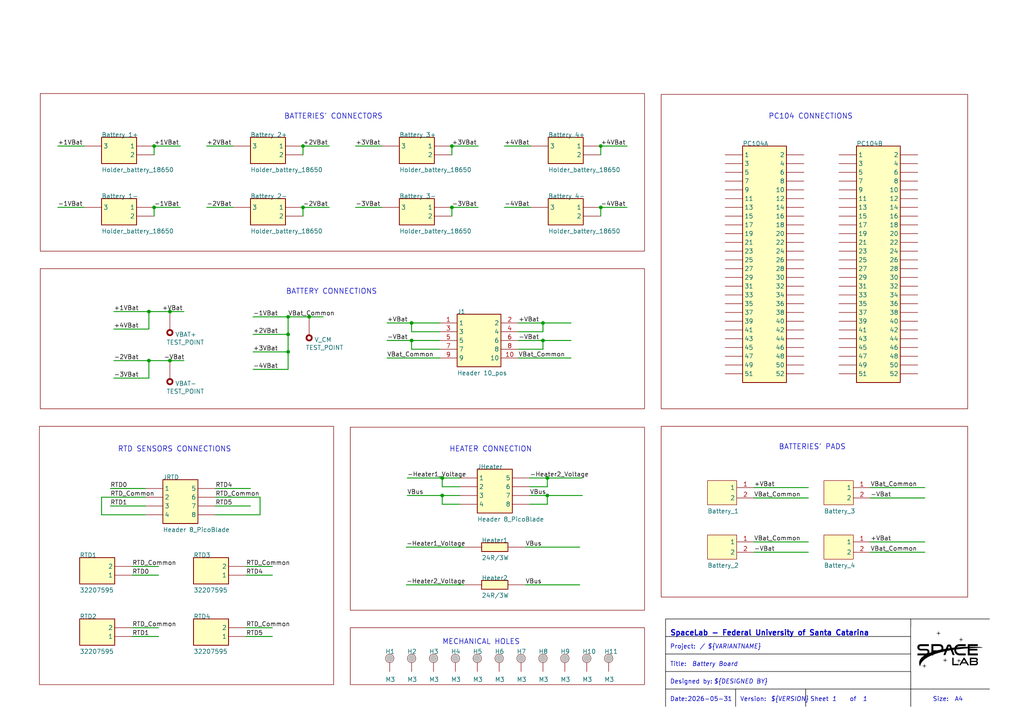
<source format=kicad_sch>
(kicad_sch (version 20230121) (generator eeschema)
  (paper "A4")
  (title_block (title "Battery Board") (rev "V0.0") (company "UFSC - FloripaSat"))
  (lib_symbols
    (symbol "board_schematic-altium-import:root_0_53398-0871"
      (symbol "root_0_53398-0871_1_0"
        (rectangle (start 15.24 2.54) (end 5.08 -10.16) (stroke (width 0.254)) (fill (type background)))
        (pin passive line (at 0 0 0) (length 5.08) (name "1") (number "1"))
        (pin passive line (at 0 -2.54 0) (length 5.08) (name "2") (number "2"))
        (pin passive line (at 0 -5.08 0) (length 5.08) (name "3") (number "3"))
        (pin passive line (at 0 -7.62 0) (length 5.08) (name "4") (number "4"))
        (pin passive line (at 20.32 0 180) (length 5.08) (name "5") (number "5"))
        (pin passive line (at 20.32 -2.54 180) (length 5.08) (name "6") (number "6"))
        (pin passive line (at 20.32 -5.08 180) (length 5.08) (name "7") (number "7"))
        (pin passive line (at 20.32 -7.62 180) (length 5.08) (name "8") (number "8"))
      )
    )
    (symbol "board_schematic-altium-import:root_0_54"
      (symbol "root_0_54_1_0"
        (rectangle (start 15.24 2.54) (end 5.08 -5.08) (stroke (width 0.254)) (fill (type background)))
        (pin passive line (at 20.32 0 180) (length 5.08) (name "1") (number "1"))
        (pin passive line (at 20.32 -2.54 180) (length 5.08) (name "2") (number "2"))
        (pin passive line (at 0 0 0) (length 5.08) (name "3") (number "3"))
      )
    )
    (symbol "board_schematic-altium-import:root_0_67996-110HLF"
      (symbol "root_0_67996-110HLF_1_0"
        (rectangle (start 17.78 2.54) (end 5.08 -12.7) (stroke (width 0.254)) (fill (type background)))
        (pin passive line (at 0 0 0) (length 5.08) (name "1") (number "1"))
        (pin passive line (at 22.86 -10.16 180) (length 5.08) (name "10") (number "10"))
        (pin passive line (at 22.86 0 180) (length 5.08) (name "2") (number "2"))
        (pin passive line (at 0 -2.54 0) (length 5.08) (name "3") (number "3"))
        (pin passive line (at 22.86 -2.54 180) (length 5.08) (name "4") (number "4"))
        (pin passive line (at 0 -5.08 0) (length 5.08) (name "5") (number "5"))
        (pin passive line (at 22.86 -5.08 180) (length 5.08) (name "6") (number "6"))
        (pin passive line (at 0 -7.62 0) (length 5.08) (name "7") (number "7"))
        (pin passive line (at 22.86 -7.62 180) (length 5.08) (name "8") (number "8"))
        (pin passive line (at 0 -10.16 0) (length 5.08) (name "9") (number "9"))
      )
    )
    (symbol "board_schematic-altium-import:root_0_BATTERY"
      (symbol "root_0_BATTERY_1_0"
        (rectangle (start 8.5 7) (end 0 0) (fill (type background)))
        (pin passive line (at 13.5 5 180) (length 5) (name "1") (number "1"))
        (pin passive line (at 13.5 2 180) (length 5) (name "2") (number "2"))
      )
    )
    (symbol "board_schematic-altium-import:root_0_ESQ-126-39-G-D"
      (symbol "root_0_ESQ-126-39-G-D_1_0"
        (rectangle (start 17.78 2.54) (end 5.08 -66.04) (stroke (width 0.254)) (fill (type background)))
        (pin passive line (at 0 0 0) (length 5.08) (name "1") (number "1"))
        (pin passive line (at 22.86 -10.16 180) (length 5.08) (name "10") (number "10"))
        (pin passive line (at 0 -12.7 0) (length 5.08) (name "11") (number "11"))
        (pin passive line (at 22.86 -12.7 180) (length 5.08) (name "12") (number "12"))
        (pin passive line (at 0 -15.24 0) (length 5.08) (name "13") (number "13"))
        (pin passive line (at 22.86 -15.24 180) (length 5.08) (name "14") (number "14"))
        (pin passive line (at 0 -17.78 0) (length 5.08) (name "15") (number "15"))
        (pin passive line (at 22.86 -17.78 180) (length 5.08) (name "16") (number "16"))
        (pin passive line (at 0 -20.32 0) (length 5.08) (name "17") (number "17"))
        (pin passive line (at 22.86 -20.32 180) (length 5.08) (name "18") (number "18"))
        (pin passive line (at 0 -22.86 0) (length 5.08) (name "19") (number "19"))
        (pin passive line (at 22.86 0 180) (length 5.08) (name "2") (number "2"))
        (pin passive line (at 22.86 -22.86 180) (length 5.08) (name "20") (number "20"))
        (pin passive line (at 0 -25.4 0) (length 5.08) (name "21") (number "21"))
        (pin passive line (at 22.86 -25.4 180) (length 5.08) (name "22") (number "22"))
        (pin passive line (at 0 -27.94 0) (length 5.08) (name "23") (number "23"))
        (pin passive line (at 22.86 -27.94 180) (length 5.08) (name "24") (number "24"))
        (pin passive line (at 0 -30.48 0) (length 5.08) (name "25") (number "25"))
        (pin passive line (at 22.86 -30.48 180) (length 5.08) (name "26") (number "26"))
        (pin passive line (at 0 -33.02 0) (length 5.08) (name "27") (number "27"))
        (pin passive line (at 22.86 -33.02 180) (length 5.08) (name "28") (number "28"))
        (pin passive line (at 0 -35.56 0) (length 5.08) (name "29") (number "29"))
        (pin passive line (at 0 -2.54 0) (length 5.08) (name "3") (number "3"))
        (pin passive line (at 22.86 -35.56 180) (length 5.08) (name "30") (number "30"))
        (pin passive line (at 0 -38.1 0) (length 5.08) (name "31") (number "31"))
        (pin passive line (at 22.86 -38.1 180) (length 5.08) (name "32") (number "32"))
        (pin passive line (at 0 -40.64 0) (length 5.08) (name "33") (number "33"))
        (pin passive line (at 22.86 -40.64 180) (length 5.08) (name "34") (number "34"))
        (pin passive line (at 0 -43.18 0) (length 5.08) (name "35") (number "35"))
        (pin passive line (at 22.86 -43.18 180) (length 5.08) (name "36") (number "36"))
        (pin passive line (at 0 -45.72 0) (length 5.08) (name "37") (number "37"))
        (pin passive line (at 22.86 -45.72 180) (length 5.08) (name "38") (number "38"))
        (pin passive line (at 0 -48.26 0) (length 5.08) (name "39") (number "39"))
        (pin passive line (at 22.86 -2.54 180) (length 5.08) (name "4") (number "4"))
        (pin passive line (at 22.86 -48.26 180) (length 5.08) (name "40") (number "40"))
        (pin passive line (at 0 -50.8 0) (length 5.08) (name "41") (number "41"))
        (pin passive line (at 22.86 -50.8 180) (length 5.08) (name "42") (number "42"))
        (pin passive line (at 0 -53.34 0) (length 5.08) (name "43") (number "43"))
        (pin passive line (at 22.86 -53.34 180) (length 5.08) (name "44") (number "44"))
        (pin passive line (at 0 -55.88 0) (length 5.08) (name "45") (number "45"))
        (pin passive line (at 22.86 -55.88 180) (length 5.08) (name "46") (number "46"))
        (pin passive line (at 0 -58.42 0) (length 5.08) (name "47") (number "47"))
        (pin passive line (at 22.86 -58.42 180) (length 5.08) (name "48") (number "48"))
        (pin passive line (at 0 -60.96 0) (length 5.08) (name "49") (number "49"))
        (pin passive line (at 0 -5.08 0) (length 5.08) (name "5") (number "5"))
        (pin passive line (at 22.86 -60.96 180) (length 5.08) (name "50") (number "50"))
        (pin passive line (at 0 -63.5 0) (length 5.08) (name "51") (number "51"))
        (pin passive line (at 22.86 -63.5 180) (length 5.08) (name "52") (number "52"))
        (pin passive line (at 22.86 -5.08 180) (length 5.08) (name "6") (number "6"))
        (pin passive line (at 0 -7.62 0) (length 5.08) (name "7") (number "7"))
        (pin passive line (at 22.86 -7.62 180) (length 5.08) (name "8") (number "8"))
        (pin passive line (at 0 -10.16 0) (length 5.08) (name "9") (number "9"))
      )
    )
    (symbol "board_schematic-altium-import:root_0_M3 hole"
      (symbol "root_0_M3 hole_1_0"
        (circle (center 0 0) (radius 1.27) (stroke (width 0.0001)) (fill (type color) (color 192 192 192 1)))
        (pin passive line (at 0 -3.81 90) (length 2.54) (name "0") (number "0"))
      )
    )
    (symbol "board_schematic-altium-import:root_0_RS02B24R00FE12"
      (symbol "root_0_RS02B24R00FE12_1_0"
        (rectangle (start 12.7 1.27) (end 5.08 -1.27) (stroke (width 0.254)) (fill (type background)))
        (pin passive line (at 0 0 0) (length 5.08) (name "1") (number "1"))
        (pin passive line (at 17.78 0 180) (length 5.08) (name "2") (number "2"))
      )
    )
    (symbol "board_schematic-altium-import:root_2_32207595"
      (symbol "root_2_32207595_1_0"
        (rectangle (start -5.08 5.08) (end -15.24 -2.54) (stroke (width 0.254)) (fill (type background)))
        (pin passive line (at 0 0 180) (length 5.08) (name "1") (number "1"))
        (pin passive line (at 0 2.54 180) (length 5.08) (name "2") (number "2"))
      )
    )
    (symbol "board_schematic-altium-import:root_3_TEST_POINT"
      (symbol "root_3_TEST_POINT_1_0"
        (circle (center 0 -6.096) (radius 0.762) (stroke (width 0.508)))
        (pin passive line (at 0 0 270) (length 5.08) (name "1") (number "1"))
      )
    )
  )
  (junction (at 128.27 143.7132))
  (junction (at 157.48 93.6752))
  (junction (at 157.48 98.7552))
  (junction (at 89.662 91.8972))
  (junction (at 44.704 60.1472))
  (junction (at 83.566 102.0572))
  (junction (at 158.75 138.6332))
  (junction (at 43.18 104.5972))
  (junction (at 43.18 90.3732))
  (junction (at 44.704 42.3672))
  (junction (at 131.064 42.3672))
  (junction (at 49.276 104.5972))
  (junction (at 87.884 42.3672))
  (junction (at 83.566 91.8972))
  (junction (at 174.244 60.1472))
  (junction (at 158.75 143.7132))
  (junction (at 119.38 93.6752))
  (junction (at 174.244 42.3672))
  (junction (at 131.064 60.1472))
  (junction (at 49.276 90.3732))
  (junction (at 128.27 138.6332))
  (junction (at 87.884 60.1472))
  (junction (at 119.38 98.7552))
  (junction (at 83.566 96.9772))
  (wire (pts (xy 157.48 101.2952) (xy 157.48 98.7552)) (stroke (width 0.254)))
  (wire (pts (xy 153.67 146.2532) (xy 158.75 146.2532)) (stroke (width 0.254)))
  (wire (pts (xy 218.694 144.4272) (xy 234.442 144.4272)) (stroke (width 0.254)))
  (wire (pts (xy 89.662 91.8972) (xy 83.566 91.8972)) (stroke (width 0.254)))
  (wire (pts (xy 153.67 141.1732) (xy 158.75 141.1732)) (stroke (width 0.254)))
  (wire (pts (xy 71.374 184.6072) (xy 78.994 184.6072)) (stroke (width 0.254)))
  (wire (pts (xy 83.566 96.9772) (xy 83.566 102.0572)) (stroke (width 0.254)))
  (wire (pts (xy 83.566 102.0572) (xy 83.566 107.1372)) (stroke (width 0.254)))
  (wire (pts (xy 158.75 141.1732) (xy 158.75 138.6332)) (stroke (width 0.254)))
  (wire (pts (xy 38.354 184.6072) (xy 45.974 184.6072)) (stroke (width 0.254)))
  (wire (pts (xy 150.368 98.7552) (xy 157.48 98.7552)) (stroke (width 0.254)))
  (wire (pts (xy 93.726 91.8972) (xy 89.662 91.8972)) (stroke (width 0.254)))
  (wire (pts (xy 53.34 104.5972) (xy 49.276 104.5972)) (stroke (width 0.254)))
  (wire (pts (xy 75.438 144.2212) (xy 75.438 149.3012)) (stroke (width 0.254)))
  (wire (pts (xy 118.11 138.6332) (xy 128.27 138.6332)) (stroke (width 0.254)))
  (wire (pts (xy 153.924 60.1472) (xy 146.304 60.1472)) (stroke (width 0.254)))
  (wire (pts (xy 174.244 42.3672) (xy 181.864 42.3672)) (stroke (width 0.254)))
  (wire (pts (xy 119.38 101.2952) (xy 119.38 98.7552)) (stroke (width 0.254)))
  (wire (pts (xy 133.35 141.1732) (xy 128.27 141.1732)) (stroke (width 0.254)))
  (wire (pts (xy 67.564 60.1472) (xy 59.944 60.1472)) (stroke (width 0.254)))
  (wire (pts (xy 158.75 138.6332) (xy 153.67 138.6332)) (stroke (width 0.254)))
  (wire (pts (xy 268.224 141.4272) (xy 252.476 141.4272)) (stroke (width 0.254)))
  (wire (pts (xy 128.27 141.1732) (xy 128.27 138.6332)) (stroke (width 0.254)))
  (wire (pts (xy 252.476 144.4272) (xy 268.224 144.4272)) (stroke (width 0.254)))
  (wire (pts (xy 62.484 146.7612) (xy 72.644 146.7612)) (stroke (width 0.254)))
  (wire (pts (xy 83.566 91.8972) (xy 73.406 91.8972)) (stroke (width 0.254)))
  (wire (pts (xy 42.164 149.3012) (xy 29.464 149.3012)) (stroke (width 0.254)))
  (wire (pts (xy 16.764 42.3672) (xy 24.384 42.3672)) (stroke (width 0.254)))
  (wire (pts (xy 33.02 109.6772) (xy 43.18 109.6772)) (stroke (width 0.254)))
  (wire (pts (xy 174.244 62.6872) (xy 174.244 60.1472)) (stroke (width 0.254)))
  (wire (pts (xy 131.064 60.1472) (xy 138.684 60.1472)) (stroke (width 0.254)))
  (wire (pts (xy 24.384 60.1472) (xy 16.764 60.1472)) (stroke (width 0.254)))
  (wire (pts (xy 83.566 102.0572) (xy 73.406 102.0572)) (stroke (width 0.254)))
  (wire (pts (xy 158.75 143.7132) (xy 153.67 143.7132)) (stroke (width 0.254)))
  (wire (pts (xy 43.18 109.6772) (xy 43.18 104.5972)) (stroke (width 0.254)))
  (wire (pts (xy 150.368 96.2152) (xy 157.48 96.2152)) (stroke (width 0.254)))
  (wire (pts (xy 38.354 182.0672) (xy 45.974 182.0672)) (stroke (width 0.254)))
  (wire (pts (xy 29.464 149.3012) (xy 29.464 144.2212)) (stroke (width 0.254)))
  (wire (pts (xy 252.476 157.1752) (xy 268.224 157.1752)) (stroke (width 0.254)))
  (wire (pts (xy 218.694 141.4272) (xy 234.442 141.4272)) (stroke (width 0.254)))
  (wire (pts (xy 128.27 143.7132) (xy 133.35 143.7132)) (stroke (width 0.254)))
  (wire (pts (xy 168.148 169.6212) (xy 152.4 169.6212)) (stroke (width 0.254)))
  (wire (pts (xy 67.564 42.3672) (xy 59.944 42.3672)) (stroke (width 0.254)))
  (wire (pts (xy 174.244 44.9072) (xy 174.244 42.3672)) (stroke (width 0.254)))
  (wire (pts (xy 75.438 149.3012) (xy 62.484 149.3012)) (stroke (width 0.254)))
  (wire (pts (xy 49.276 90.3732) (xy 43.18 90.3732)) (stroke (width 0.254)))
  (wire (pts (xy 128.27 138.6332) (xy 133.35 138.6332)) (stroke (width 0.254)))
  (wire (pts (xy 112.268 98.7552) (xy 119.38 98.7552)) (stroke (width 0.254)))
  (wire (pts (xy 127.508 96.2152) (xy 119.38 96.2152)) (stroke (width 0.254)))
  (wire (pts (xy 165.608 103.8352) (xy 150.368 103.8352)) (stroke (width 0.254)))
  (wire (pts (xy 44.704 62.6872) (xy 44.704 60.1472)) (stroke (width 0.254)))
  (wire (pts (xy 43.18 90.3732) (xy 33.02 90.3732)) (stroke (width 0.254)))
  (wire (pts (xy 44.704 60.1472) (xy 52.324 60.1472)) (stroke (width 0.254)))
  (wire (pts (xy 153.924 42.3672) (xy 146.304 42.3672)) (stroke (width 0.254)))
  (wire (pts (xy 110.744 60.1472) (xy 103.124 60.1472)) (stroke (width 0.254)))
  (wire (pts (xy 118.11 143.7132) (xy 128.27 143.7132)) (stroke (width 0.254)))
  (wire (pts (xy 43.18 104.5972) (xy 33.02 104.5972)) (stroke (width 0.254)))
  (wire (pts (xy 38.354 164.2872) (xy 45.974 164.2872)) (stroke (width 0.254)))
  (wire (pts (xy 83.566 107.1372) (xy 73.406 107.1372)) (stroke (width 0.254)))
  (wire (pts (xy 87.884 42.3672) (xy 95.504 42.3672)) (stroke (width 0.254)))
  (wire (pts (xy 71.374 166.8272) (xy 78.994 166.8272)) (stroke (width 0.254)))
  (wire (pts (xy 42.164 146.7612) (xy 32.004 146.7612)) (stroke (width 0.254)))
  (wire (pts (xy 128.27 143.7132) (xy 128.27 146.2532)) (stroke (width 0.254)))
  (wire (pts (xy 150.368 101.2952) (xy 157.48 101.2952)) (stroke (width 0.254)))
  (wire (pts (xy 112.268 93.6752) (xy 119.38 93.6752)) (stroke (width 0.254)))
  (wire (pts (xy 158.75 146.2532) (xy 158.75 143.7132)) (stroke (width 0.254)))
  (wire (pts (xy 150.368 93.6752) (xy 157.48 93.6752)) (stroke (width 0.254)))
  (wire (pts (xy 119.38 93.6752) (xy 127.508 93.6752)) (stroke (width 0.254)))
  (wire (pts (xy 131.064 44.9072) (xy 131.064 42.3672)) (stroke (width 0.254)))
  (wire (pts (xy 62.484 144.2212) (xy 75.438 144.2212)) (stroke (width 0.254)))
  (wire (pts (xy 71.374 164.2872) (xy 78.994 164.2872)) (stroke (width 0.254)))
  (wire (pts (xy 44.704 42.3672) (xy 52.324 42.3672)) (stroke (width 0.254)))
  (wire (pts (xy 218.694 160.1752) (xy 234.442 160.1752)) (stroke (width 0.254)))
  (wire (pts (xy 134.62 158.6992) (xy 117.856 158.6992)) (stroke (width 0.254)))
  (wire (pts (xy 62.484 141.6812) (xy 72.644 141.6812)) (stroke (width 0.254)))
  (wire (pts (xy 38.354 166.8272) (xy 45.974 166.8272)) (stroke (width 0.254)))
  (wire (pts (xy 33.02 95.4532) (xy 43.18 95.4532)) (stroke (width 0.254)))
  (wire (pts (xy 73.406 96.9772) (xy 83.566 96.9772)) (stroke (width 0.254)))
  (wire (pts (xy 119.38 98.7552) (xy 127.508 98.7552)) (stroke (width 0.254)))
  (wire (pts (xy 71.374 182.0672) (xy 78.994 182.0672)) (stroke (width 0.254)))
  (wire (pts (xy 168.148 158.6992) (xy 152.4 158.6992)) (stroke (width 0.254)))
  (wire (pts (xy 157.48 98.7552) (xy 165.608 98.7552)) (stroke (width 0.254)))
  (wire (pts (xy 110.744 42.3672) (xy 103.124 42.3672)) (stroke (width 0.254)))
  (wire (pts (xy 158.75 138.6332) (xy 168.91 138.6332)) (stroke (width 0.254)))
  (wire (pts (xy 134.62 169.6212) (xy 117.856 169.6212)) (stroke (width 0.254)))
  (wire (pts (xy 218.694 157.1752) (xy 234.442 157.1752)) (stroke (width 0.254)))
  (wire (pts (xy 157.48 93.6752) (xy 165.608 93.6752)) (stroke (width 0.254)))
  (wire (pts (xy 127.508 101.2952) (xy 119.38 101.2952)) (stroke (width 0.254)))
  (wire (pts (xy 128.27 146.2532) (xy 133.35 146.2532)) (stroke (width 0.254)))
  (wire (pts (xy 119.38 96.2152) (xy 119.38 93.6752)) (stroke (width 0.254)))
  (wire (pts (xy 174.244 60.1472) (xy 181.864 60.1472)) (stroke (width 0.254)))
  (wire (pts (xy 29.464 144.2212) (xy 42.164 144.2212)) (stroke (width 0.254)))
  (wire (pts (xy 157.48 96.2152) (xy 157.48 93.6752)) (stroke (width 0.254)))
  (wire (pts (xy 83.566 96.9772) (xy 83.566 91.8972)) (stroke (width 0.254)))
  (wire (pts (xy 131.064 62.6872) (xy 131.064 60.1472)) (stroke (width 0.254)))
  (wire (pts (xy 43.18 95.4532) (xy 43.18 90.3732)) (stroke (width 0.254)))
  (wire (pts (xy 87.884 60.1472) (xy 95.504 60.1472)) (stroke (width 0.254)))
  (wire (pts (xy 44.704 44.9072) (xy 44.704 42.3672)) (stroke (width 0.254)))
  (wire (pts (xy 158.75 143.7132) (xy 168.91 143.7132)) (stroke (width 0.254)))
  (wire (pts (xy 112.268 103.8352) (xy 127.508 103.8352)) (stroke (width 0.254)))
  (wire (pts (xy 252.476 160.1752) (xy 268.224 160.1752)) (stroke (width 0.254)))
  (wire (pts (xy 49.276 104.5972) (xy 43.18 104.5972)) (stroke (width 0.254)))
  (wire (pts (xy 87.884 62.6872) (xy 87.884 60.1472)) (stroke (width 0.254)))
  (wire (pts (xy 87.884 44.9072) (xy 87.884 42.3672)) (stroke (width 0.254)))
  (wire (pts (xy 42.164 141.6812) (xy 32.004 141.6812)) (stroke (width 0.254)))
  (wire (pts (xy 131.064 42.3672) (xy 138.684 42.3672)) (stroke (width 0.254)))
  (wire (pts (xy 53.34 90.3732) (xy 49.276 90.3732)) (stroke (width 0.254)))
  (rectangle (start 186.944 27.1272) (end 11.684 72.8472) (stroke (width 0) (color 128 0 0 1)))
  (polyline (pts (xy 193.04 199.8472) (xy 287.02 199.8472)) (stroke (width 0) (type solid) (color 0 0 0 1)))
  (polyline (pts (xy 193.04 189.6872) (xy 264.16 189.6872)) (stroke (width 0) (type solid) (color 0 0 0 1)))
  (rectangle (start 96.774 123.6472) (end 11.43 198.5772) (stroke (width 0) (color 128 0 0 1)))
  (polyline (pts (xy 287.02 179.5272) (xy 193.04 179.5272) (xy 193.04 204.9272)) (stroke (width 0) (type solid) (color 0 0 0 1)))
  (rectangle (start 186.944 123.9012) (end 101.6 176.9872) (stroke (width 0) (color 128 0 0 1)))
  (rectangle (start 186.944 182.0672) (end 101.6 198.5772) (stroke (width 0) (color 128 0 0 1)))
  (polyline (pts (xy 213.36 199.8472) (xy 213.36 204.9272)) (stroke (width 0) (type solid) (color 0 0 0 1)))
  (polyline (pts (xy 233.68 199.8472) (xy 233.68 204.9272)) (stroke (width 0) (type solid) (color 0 0 0 1)))
  (polyline (pts (xy 264.16 179.5272) (xy 264.16 199.8472)) (stroke (width 0) (type solid) (color 0 0 0 1)))
  (rectangle (start 280.67 123.6472) (end 191.77 173.1772) (stroke (width 0) (color 128 0 0 1)))
  (polyline (pts (xy 193.04 194.7672) (xy 264.16 194.7672)) (stroke (width 0) (type solid) (color 0 0 0 1)))
  (rectangle (start 186.944 77.9272) (end 11.684 118.5672) (stroke (width 0) (color 128 0 0 1)))
  (polyline (pts (xy 264.16 199.8472) (xy 264.16 204.9272)) (stroke (width 0) (type solid) (color 0 0 0 1)))
  (polyline (pts (xy 193.04 184.6072) (xy 264.16 184.6072)) (stroke (width 0) (type solid) (color 0 0 0 1)))
  (rectangle (start 280.67 27.3812) (end 191.77 118.5672) (stroke (width 0) (color 128 0 0 1)))
  (image (at 275.59 188.4172) (scale 0.453781))
  (text "SpaceLab - Federal University of Santa Catarina" (at 194.31 184.6072 0) (effects (font (size 1.524 1.524) bold) (justify left bottom)))
  (text "BATTERIES' PADS" (at 235.585 129.7432 0) (effects (font (size 1.524 1.524))))
  (text "Size:" (at 270.51 203.6572 0) (effects (font (size 1.27 1.27)) (justify left bottom)))
  (text "${CURRENT_DATE}" (at 199.39 203.6572 0) (effects (font (size 1.27 1.27)) (justify left bottom)))
  (text "${##}" (at 250.19 203.6572 0) (effects (font (size 1.27 1.27) italic) (justify left bottom)))
  (text "${DESIGNED BY}" (at 207.01 198.5772 0) (effects (font (size 1.27 1.27) italic) (justify left bottom)))
  (text "${TITLE}" (at 200.66 193.4972 0) (effects (font (size 1.27 1.27) italic) (justify left bottom)))
  (text "RTD SENSORS CONNECTIONS" (at 34.148 131.2672 0) (effects (font (size 1.524 1.524)) (justify left bottom)))
  (text "BATTERIES' CONNECTORS" (at 82.379 34.7472 0) (effects (font (size 1.524 1.524)) (justify left bottom)))
  (text "A4" (at 276.86 203.6572 0) (effects (font (size 1.27 1.27)) (justify left bottom)))
  (text "${PROJECTNAME} / ${VARIANTNAME}" (at 201.93 188.4172 0) (effects (font (size 1.27 1.27) italic) (justify left bottom)))
  (text "BATTERY CONNECTIONS" (at 82.915 85.5472 0) (effects (font (size 1.524 1.524)) (justify left bottom)))
  (text "Designed by:" (at 194.31 198.5772 0) (effects (font (size 1.27 1.27)) (justify left bottom)))
  (text "Title:" (at 194.31 193.4972 0) (effects (font (size 1.27 1.27)) (justify left bottom)))
  (text "PC104 CONNECTIONS" (at 222.873 34.7472 0) (effects (font (size 1.524 1.524)) (justify left bottom)))
  (text "Version:" (at 214.63 203.6572 0) (effects (font (size 1.27 1.27)) (justify left bottom)))
  (text "HEATER CONNECTION" (at 130.318 131.2672 0) (effects (font (size 1.524 1.524)) (justify left bottom)))
  (text "${VERSION}" (at 223.52 203.6572 0) (effects (font (size 1.27 1.27) italic) (justify left bottom)))
  (text "MECHANICAL HOLES" (at 128.27 187.1472 0) (effects (font (size 1.524 1.524)) (justify left bottom)))
  (text "of" (at 246.38 203.6572 0) (effects (font (size 1.27 1.27)) (justify left bottom)))
  (text "Date:" (at 194.31 203.6572 0) (effects (font (size 1.27 1.27)) (justify left bottom)))
  (text "Project:" (at 194.31 188.4172 0) (effects (font (size 1.27 1.27)) (justify left bottom)))
  (text "Sheet" (at 234.95 203.6572 0) (effects (font (size 1.27 1.27)) (justify left bottom)))
  (text "${#}" (at 241.3 203.6572 0) (effects (font (size 1.27 1.27) italic) (justify left bottom)))
  (label "-Heater1_Voltage" (at 117.856 158.6992 0))
  (label "+2VBat" (at 59.944 42.3672 0))
  (label "RTD_Common" (at 38.354 182.0672 0))
  (label "+3VBat" (at 103.124 42.3672 0))
  (label "+VBat" (at 252.476 157.1752 0))
  (label "-Heater2_Voltage" (at 153.67 138.6332 0))
  (label "+4VBat" (at 174.244 42.3672 0))
  (label "+VBat" (at 150.368 93.6752 0))
  (label "-2VBat" (at 33.02 104.5972 0))
  (label "RTD1" (at 32.004 146.7612 0))
  (label "VBus" (at 152.4 169.6212 0))
  (label "+3VBat" (at 131.064 42.3672 0))
  (label "+2VBat" (at 87.884 42.3672 0))
  (label "+3VBat" (at 73.406 102.0572 0))
  (label "VBat_Common" (at 150.368 103.8352 0))
  (label "+VBat" (at 218.694 141.4272 0))
  (label "-4VBat" (at 73.406 107.1372 0))
  (label "-3VBat" (at 33.02 109.6772 0))
  (label "-VBat" (at 47.498 104.5972 0))
  (label "RTD0" (at 38.354 166.8272 0))
  (label "VBat_Common" (at 218.694 144.4272 0))
  (label "RTD_Common" (at 32.004 144.2212 0))
  (label "-Heater2_Voltage" (at 117.856 169.6212 0))
  (label "VBat_Common" (at 252.476 160.1752 0))
  (label "RTD0" (at 32.004 141.6812 0))
  (label "+VBat" (at 46.99 90.3732 0))
  (label "VBus" (at 118.11 143.7132 0))
  (label "RTD1" (at 38.354 184.6072 0))
  (label "-3VBat" (at 103.124 60.1472 0))
  (label "+4VBat" (at 33.02 95.4532 0))
  (label "RTD4" (at 62.484 141.6812 0))
  (label "VBat_Common" (at 112.268 103.8352 0))
  (label "VBus" (at 152.4 158.6992 0))
  (label "+1VBat" (at 44.704 42.3672 0))
  (label "-2VBat" (at 59.944 60.1472 0))
  (label "+VBat" (at 112.268 93.6752 0))
  (label "+4VBat" (at 146.304 42.3672 0))
  (label "-VBat" (at 218.694 160.1752 0))
  (label "-2VBat" (at 87.884 60.1472 0))
  (label "VBat_Common" (at 218.694 157.1752 0))
  (label "-VBat" (at 112.268 98.7552 0))
  (label "-1VBat" (at 44.704 60.1472 0))
  (label "-4VBat" (at 146.304 60.1472 0))
  (label "-3VBat" (at 131.064 60.1472 0))
  (label "+1VBat" (at 16.764 42.3672 0))
  (label "RTD5" (at 62.484 146.7612 0))
  (label "+2VBat" (at 73.406 96.9772 0))
  (label "RTD5" (at 71.374 184.6072 0))
  (label "VBat_Common" (at 83.566 91.8972 0))
  (label "-4VBat" (at 174.244 60.1472 0))
  (label "VBus" (at 153.67 143.7132 0))
  (label "-1VBat" (at 16.764 60.1472 0))
  (label "RTD_Common" (at 62.484 144.2212 0))
  (label "-1VBat" (at 73.406 91.8972 0))
  (label "RTD_Common" (at 38.354 164.2872 0))
  (label "-Heater1_Voltage" (at 118.11 138.6332 0))
  (label "RTD_Common" (at 71.374 182.0672 0))
  (label "-VBat" (at 150.368 98.7552 0))
  (label "VBat_Common" (at 252.476 141.4272 0))
  (label "-VBat" (at 252.476 144.4272 0))
  (label "RTD4" (at 71.374 166.8272 0))
  (label "+1VBat" (at 33.02 90.3732 0))
  (label "RTD_Common" (at 71.374 164.2872 0))
  (symbol (lib_id "board_schematic-altium-import:root_3_TEST_POINT") (at 49.276 90.3732 0) (unit 1)
    (property "Reference" "VBAT+" (at 50.8 97.7392 0) (effects (justify left bottom)))
    (property "Value" "TEST_POINT" (at 48.26 100.0252 0) (effects (justify left bottom)))
    (property "Footprint" "Test_Point" (effects hide))
  )
  (symbol (lib_id "board_schematic-altium-import:root_0_M3 hole") (at 113.03 190.9572 0) (unit 1)
    (property "Reference" "H1" (at 111.76 189.6872 0) (effects (justify left bottom)))
    (property "Value" "M3" (at 111.76 197.8152 0) (effects (justify left bottom)))
    (property "Footprint" "M3 hole" (effects hide))
  )
  (symbol (lib_id "board_schematic-altium-import:root_0_M3 hole") (at 151.13 190.9572 0) (unit 1)
    (property "Reference" "H7" (at 149.86 189.6872 0) (effects (justify left bottom)))
    (property "Value" "M3" (at 149.86 197.8152 0) (effects (justify left bottom)))
    (property "Footprint" "M3 hole" (effects hide))
  )
  (symbol (lib_id "board_schematic-altium-import:root_3_TEST_POINT") (at 49.276 104.5972 0) (unit 1)
    (property "Reference" "VBAT-" (at 50.8 111.9632 0) (effects (justify left bottom)))
    (property "Value" "TEST_POINT" (at 48.26 114.2492 0) (effects (justify left bottom)))
    (property "Footprint" "Test_Point" (effects hide))
  )
  (symbol (lib_id "board_schematic-altium-import:root_0_M3 hole") (at 125.73 190.9572 0) (unit 1)
    (property "Reference" "H3" (at 124.46 189.6872 0) (effects (justify left bottom)))
    (property "Value" "M3" (at 124.46 197.8152 0) (effects (justify left bottom)))
    (property "Footprint" "M3 hole" (effects hide))
  )
  (symbol (lib_id "board_schematic-altium-import:root_0_54") (at 67.564 42.3672 0) (unit 1)
    (property "Reference" "Battery_2+" (at 72.644 39.8272 0) (effects (justify left bottom)))
    (property "Value" "Holder_battery_18650" (at 72.644 49.9872 0) (effects (justify left bottom)))
    (property "Footprint" "54" (effects hide))
    (property "DATASHEET LINK" "http://www.farnell.com/datasheets/1703960.pdf" (effects hide))
    (property "MANUFACTURER_NAME" "Keystone Electronics" (effects hide))
    (property "MANUFACTURER_PART_NUMBER" "54" (effects hide))
    (property "MOUSER PART NUMBER" "534-54" (effects hide))
    (property "MOUSER PRICE/STOCK" "https://www.mouser.co.uk/ProductDetail/Keystone-Electronics/54?qs=73q%2FgRcW4F3NakoJDesViw%3D%3D" (effects hide))
    (property "ALLIED_NUMBER" "70229904" (effects hide))
    (property "ALLIED PRICE/STOCK" "http://www.alliedelec.com/keystone-electronics-54/70229904/" (effects hide))
  )
  (symbol (lib_id "board_schematic-altium-import:root_0_M3 hole") (at 144.78 190.9572 0) (unit 1)
    (property "Reference" "H6" (at 143.51 189.6872 0) (effects (justify left bottom)))
    (property "Value" "M3" (at 143.51 197.8152 0) (effects (justify left bottom)))
    (property "Footprint" "M3 hole" (effects hide))
  )
  (symbol (lib_id "board_schematic-altium-import:root_0_M3 hole") (at 176.53 190.9572 0) (unit 1)
    (property "Reference" "H11" (at 175.26 189.6872 0) (effects (justify left bottom)))
    (property "Value" "M3" (at 175.26 197.8152 0) (effects (justify left bottom)))
    (property "Footprint" "M3 hole" (effects hide))
  )
  (symbol (lib_id "board_schematic-altium-import:root_0_M3 hole") (at 132.08 190.9572 0) (unit 1)
    (property "Reference" "H4" (at 130.81 189.6872 0) (effects (justify left bottom)))
    (property "Value" "M3" (at 130.81 197.8152 0) (effects (justify left bottom)))
    (property "Footprint" "M3 hole" (effects hide))
  )
  (symbol (lib_id "board_schematic-altium-import:root_0_53398-0871") (at 42.164 141.6812 0) (unit 1)
    (property "Reference" "JRTD" (at 47.244 139.1412 0) (effects (justify left bottom)))
    (property "Value" "Header 8_PicoBlade" (at 47.244 154.3812 0) (effects (justify left bottom)))
    (property "Footprint" "53398-0871" (effects hide))
    (property "DATASHEET LINK" "https://componentsearchengine.com/Datasheets/1/53398-0871.pdf" (effects hide))
    (property "MOUSER2 PART NUMBER" "538-53398-0871" (effects hide))
    (property "MOUSER2 PRICE/STOCK" "https://www.mouser.com/Search/Refine.aspx?Keyword=538-53398-0871" (effects hide))
    (property "MANUFACTURER_NAME" "Molex" (effects hide))
    (property "MANUFACTURER_PART_NUMBER" "53398-0871" (effects hide))
  )
  (symbol (lib_id "board_schematic-altium-import:root_0_54") (at 24.384 42.3672 0) (unit 1)
    (property "Reference" "Battery_1+" (at 29.464 39.8272 0) (effects (justify left bottom)))
    (property "Value" "Holder_battery_18650" (at 29.464 49.9872 0) (effects (justify left bottom)))
    (property "Footprint" "54" (effects hide))
    (property "DATASHEET LINK" "http://www.farnell.com/datasheets/1703960.pdf" (effects hide))
    (property "MANUFACTURER_NAME" "Keystone Electronics" (effects hide))
    (property "MANUFACTURER_PART_NUMBER" "54" (effects hide))
    (property "MOUSER PART NUMBER" "534-54" (effects hide))
    (property "MOUSER PRICE/STOCK" "https://www.mouser.co.uk/ProductDetail/Keystone-Electronics/54?qs=73q%2FgRcW4F3NakoJDesViw%3D%3D" (effects hide))
    (property "ALLIED_NUMBER" "70229904" (effects hide))
    (property "ALLIED PRICE/STOCK" "http://www.alliedelec.com/keystone-electronics-54/70229904/" (effects hide))
  )
  (symbol (lib_id "board_schematic-altium-import:root_0_RS02B24R00FE12") (at 134.62 158.6992 0) (unit 1)
    (property "Reference" "Heater1" (at 139.7 157.4292 0) (effects (justify left bottom)))
    (property "Value" "24R/3W" (at 139.7 162.5092 0) (effects (justify left bottom)))
    (property "Footprint" "RESAD3322W86L1422D475" (effects hide))
    (property "DATASHEET LINK" "https://www.vishay.com/docs/30204/rsns.pdf" (effects hide))
    (property "MANUFACTURER_NAME" "Vishay" (effects hide))
    (property "MANUFACTURER_PART_NUMBER" "RS02B24R00FE12" (effects hide))
    (property "ALLIED_NUMBER" "71331327" (effects hide))
    (property "ALLIED PRICE/STOCK" "https://www.alliedelec.com/vishaydale-rs02b24r00fe12/71331327/" (effects hide))
  )
  (symbol (lib_id "board_schematic-altium-import:root_2_32207595") (at 71.374 184.6072 0) (unit 1)
    (property "Reference" "RTD4" (at 56.134 179.5272 0) (effects (justify left bottom)))
    (property "Value" "32207595" (at 56.134 189.6872 0) (effects (justify left bottom)))
    (property "Footprint" "THRMC3216X70N" (effects hide))
    (property "DATASHEET LINK" "https://componentsearchengine.com/Datasheets/1/32207595.pdf" (effects hide))
    (property "HEIGHT" "0.7mm" (effects hide))
    (property "MANUFACTURER_NAME" "Heraeus Nexensos" (effects hide))
    (property "MANUFACTURER_PART_NUMBER" "32207595" (effects hide))
  )
  (symbol (lib_id "board_schematic-altium-import:root_0_54") (at 67.564 60.1472 0) (unit 1)
    (property "Reference" "Battery_2-" (at 72.644 57.6072 0) (effects (justify left bottom)))
    (property "Value" "Holder_battery_18650" (at 72.644 67.7672 0) (effects (justify left bottom)))
    (property "Footprint" "54" (effects hide))
    (property "DATASHEET LINK" "http://www.farnell.com/datasheets/1703960.pdf" (effects hide))
    (property "MANUFACTURER_NAME" "Keystone Electronics" (effects hide))
    (property "MANUFACTURER_PART_NUMBER" "54" (effects hide))
    (property "MOUSER PART NUMBER" "534-54" (effects hide))
    (property "MOUSER PRICE/STOCK" "https://www.mouser.co.uk/ProductDetail/Keystone-Electronics/54?qs=73q%2FgRcW4F3NakoJDesViw%3D%3D" (effects hide))
    (property "ALLIED_NUMBER" "70229904" (effects hide))
    (property "ALLIED PRICE/STOCK" "http://www.alliedelec.com/keystone-electronics-54/70229904/" (effects hide))
  )
  (symbol (lib_id "board_schematic-altium-import:root_0_54") (at 110.744 42.3672 0) (unit 1)
    (property "Reference" "Battery_3+" (at 115.824 39.8272 0) (effects (justify left bottom)))
    (property "Value" "Holder_battery_18650" (at 115.824 49.9872 0) (effects (justify left bottom)))
    (property "Footprint" "54" (effects hide))
    (property "DATASHEET LINK" "http://www.farnell.com/datasheets/1703960.pdf" (effects hide))
    (property "MANUFACTURER_NAME" "Keystone Electronics" (effects hide))
    (property "MANUFACTURER_PART_NUMBER" "54" (effects hide))
    (property "MOUSER PART NUMBER" "534-54" (effects hide))
    (property "MOUSER PRICE/STOCK" "https://www.mouser.co.uk/ProductDetail/Keystone-Electronics/54?qs=73q%2FgRcW4F3NakoJDesViw%3D%3D" (effects hide))
    (property "ALLIED_NUMBER" "70229904" (effects hide))
    (property "ALLIED PRICE/STOCK" "http://www.alliedelec.com/keystone-electronics-54/70229904/" (effects hide))
  )
  (symbol (lib_id "board_schematic-altium-import:root_0_BATTERY") (at 238.976 146.4272 0) (unit 1)
    (property "Reference" "Battery_3" (at 238.976 148.9672 0) (effects (justify left bottom)))
    (property "Value" "BATTERY" (effects hide))
    (property "Footprint" "BATTERY" (effects hide))
  )
  (symbol (lib_id "board_schematic-altium-import:root_0_BATTERY") (at 238.976 162.1752 0) (unit 1)
    (property "Reference" "Battery_4" (at 238.976 164.7152 0) (effects (justify left bottom)))
    (property "Value" "BATTERY" (effects hide))
    (property "Footprint" "BATTERY" (effects hide))
  )
  (symbol (lib_id "board_schematic-altium-import:root_0_BATTERY") (at 205.194 162.1752 0) (unit 1)
    (property "Reference" "Battery_2" (at 205.194 164.7152 0) (effects (justify left bottom)))
    (property "Value" "BATTERY" (effects hide))
    (property "Footprint" "BATTERY" (effects hide))
  )
  (symbol (lib_id "board_schematic-altium-import:root_0_BATTERY") (at 205.194 146.4272 0) (unit 1)
    (property "Reference" "Battery_1" (at 205.194 148.9672 0) (effects (justify left bottom)))
    (property "Value" "BATTERY" (effects hide))
    (property "Footprint" "BATTERY" (effects hide))
  )
  (symbol (lib_id "board_schematic-altium-import:root_0_54") (at 153.924 60.1472 0) (unit 1)
    (property "Reference" "Battery_4-" (at 159.004 57.6072 0) (effects (justify left bottom)))
    (property "Value" "Holder_battery_18650" (at 159.004 67.7672 0) (effects (justify left bottom)))
    (property "Footprint" "54" (effects hide))
    (property "DATASHEET LINK" "http://www.farnell.com/datasheets/1703960.pdf" (effects hide))
    (property "MANUFACTURER_NAME" "Keystone Electronics" (effects hide))
    (property "MANUFACTURER_PART_NUMBER" "54" (effects hide))
    (property "MOUSER PART NUMBER" "534-54" (effects hide))
    (property "MOUSER PRICE/STOCK" "https://www.mouser.co.uk/ProductDetail/Keystone-Electronics/54?qs=73q%2FgRcW4F3NakoJDesViw%3D%3D" (effects hide))
    (property "ALLIED_NUMBER" "70229904" (effects hide))
    (property "ALLIED PRICE/STOCK" "http://www.alliedelec.com/keystone-electronics-54/70229904/" (effects hide))
  )
  (symbol (lib_id "board_schematic-altium-import:root_0_M3 hole") (at 138.43 190.9572 0) (unit 1)
    (property "Reference" "H5" (at 137.16 189.6872 0) (effects (justify left bottom)))
    (property "Value" "M3" (at 137.16 197.8152 0) (effects (justify left bottom)))
    (property "Footprint" "M3 hole" (effects hide))
  )
  (symbol (lib_id "board_schematic-altium-import:root_0_67996-110HLF") (at 127.508 93.6752 0) (unit 1)
    (property "Reference" "J1" (at 132.588 91.1352 0) (effects (justify left bottom)))
    (property "Value" "Header 10_pos" (at 132.588 108.9152 0) (effects (justify left bottom)))
    (property "Footprint" "C:_Users_User_Desktop_Backup F__2020_Personal GitKraken_battery-board-v2 - after forced push_Libraries_Battery_V2.PcbLib_HDRV10W64P254_2X5_1270X502X521P" (effects hide))
    (property "HEIGHT" "5.84mm" (effects hide))
    (property "MANUFACTURER_NAME" "SAMTEC" (effects hide))
    (property "MANUFACTURER_PART_NUMBER" "67996-110HLF" (effects hide))
    (property "MOUSER PART NUMBER" "649-67996-110HLF" (effects hide))
    (property "MOUSER PRICE/STOCK" "https://br.mouser.com/ProductDetail/?qs=zh4O8xspOuxgf2RA9jR3ZQ%3D%3D" (effects hide))
  )
  (symbol (lib_id "board_schematic-altium-import:root_2_32207595") (at 38.354 166.8272 0) (unit 1)
    (property "Reference" "RTD1" (at 23.114 161.7472 0) (effects (justify left bottom)))
    (property "Value" "32207595" (at 23.114 171.9072 0) (effects (justify left bottom)))
    (property "Footprint" "THRMC3216X70N" (effects hide))
    (property "DATASHEET LINK" "https://componentsearchengine.com/Datasheets/1/32207595.pdf" (effects hide))
    (property "HEIGHT" "0.7mm" (effects hide))
    (property "MANUFACTURER_NAME" "Heraeus Nexensos" (effects hide))
    (property "MANUFACTURER_PART_NUMBER" "32207595" (effects hide))
  )
  (symbol (lib_id "board_schematic-altium-import:root_0_RS02B24R00FE12") (at 134.62 169.6212 0) (unit 1)
    (property "Reference" "Heater2" (at 139.7 168.3512 0) (effects (justify left bottom)))
    (property "Value" "24R/3W" (at 139.7 173.4312 0) (effects (justify left bottom)))
    (property "Footprint" "RESAD3322W86L1422D475" (effects hide))
    (property "DATASHEET LINK" "https://www.vishay.com/docs/30204/rsns.pdf" (effects hide))
    (property "MANUFACTURER_NAME" "Vishay" (effects hide))
    (property "MANUFACTURER_PART_NUMBER" "RS02B24R00FE12" (effects hide))
    (property "ALLIED_NUMBER" "71331327" (effects hide))
    (property "ALLIED PRICE/STOCK" "https://www.alliedelec.com/vishaydale-rs02b24r00fe12/71331327/" (effects hide))
  )
  (symbol (lib_id "board_schematic-altium-import:root_0_ESQ-126-39-G-D") (at 243.332 44.9072 0) (unit 1)
    (property "Reference" "PC104B" (at 248.412 42.3672 0) (effects (justify left bottom)))
    (property "Value" "ESQ-126-39-G-D" (effects hide))
    (property "Footprint" "ESQ-126-Y-X-D" (effects hide))
    (property "DATASHEET LINK" "http://suddendocs.samtec.com/catalog_english/esq_th.pdf" (effects hide))
    (property "HEIGHT" "13.84mm" (effects hide))
    (property "MANUFACTURER_NAME" "SAMTEC" (effects hide))
    (property "MANUFACTURER_PART_NUMBER" "ESQ-126-39-G-D" (effects hide))
    (property "MOUSER PART NUMBER" "200-ESQ12639GD" (effects hide))
    (property "MOUSER PRICE/STOCK" "https://www.mouser.co.uk/ProductDetail/Samtec/ESQ-126-39-G-D?qs=Cqqh%252BS766wm7W672HSOlSA%3D%3D" (effects hide))
    (property "RS PART NUMBER" "1595654" (effects hide))
    (property "RS PRICE/STOCK" "http://uk.rs-online.com/web/p/products/1595654" (effects hide))
  )
  (symbol (lib_id "board_schematic-altium-import:root_0_M3 hole") (at 119.38 190.9572 0) (unit 1)
    (property "Reference" "H2" (at 118.11 189.6872 0) (effects (justify left bottom)))
    (property "Value" "M3" (at 118.11 197.8152 0) (effects (justify left bottom)))
    (property "Footprint" "M3 hole" (effects hide))
  )
  (symbol (lib_id "board_schematic-altium-import:root_2_32207595") (at 71.374 166.8272 0) (unit 1)
    (property "Reference" "RTD3" (at 56.134 161.7472 0) (effects (justify left bottom)))
    (property "Value" "32207595" (at 56.134 171.9072 0) (effects (justify left bottom)))
    (property "Footprint" "THRMC3216X70N" (effects hide))
    (property "DATASHEET LINK" "https://componentsearchengine.com/Datasheets/1/32207595.pdf" (effects hide))
    (property "HEIGHT" "0.7mm" (effects hide))
    (property "MANUFACTURER_NAME" "Heraeus Nexensos" (effects hide))
    (property "MANUFACTURER_PART_NUMBER" "32207595" (effects hide))
  )
  (symbol (lib_id "board_schematic-altium-import:root_0_53398-0871") (at 133.35 138.6332 0) (unit 1)
    (property "Reference" "JHeater" (at 138.43 136.0932 0) (effects (justify left bottom)))
    (property "Value" "Header 8_PicoBlade" (at 138.43 151.3332 0) (effects (justify left bottom)))
    (property "Footprint" "53398-0871" (effects hide))
    (property "DATASHEET LINK" "https://componentsearchengine.com/Datasheets/1/53398-0871.pdf" (effects hide))
    (property "MOUSER2 PART NUMBER" "538-53398-0871" (effects hide))
    (property "MOUSER2 PRICE/STOCK" "https://www.mouser.com/Search/Refine.aspx?Keyword=538-53398-0871" (effects hide))
    (property "MANUFACTURER_NAME" "Molex" (effects hide))
    (property "MANUFACTURER_PART_NUMBER" "53398-0871" (effects hide))
  )
  (symbol (lib_id "board_schematic-altium-import:root_0_54") (at 153.924 42.3672 0) (unit 1)
    (property "Reference" "Battery_4+" (at 159.004 39.8272 0) (effects (justify left bottom)))
    (property "Value" "Holder_battery_18650" (at 159.004 49.9872 0) (effects (justify left bottom)))
    (property "Footprint" "54" (effects hide))
    (property "DATASHEET LINK" "http://www.farnell.com/datasheets/1703960.pdf" (effects hide))
    (property "MANUFACTURER_NAME" "Keystone Electronics" (effects hide))
    (property "MANUFACTURER_PART_NUMBER" "54" (effects hide))
    (property "MOUSER PART NUMBER" "534-54" (effects hide))
    (property "MOUSER PRICE/STOCK" "https://www.mouser.co.uk/ProductDetail/Keystone-Electronics/54?qs=73q%2FgRcW4F3NakoJDesViw%3D%3D" (effects hide))
    (property "ALLIED_NUMBER" "70229904" (effects hide))
    (property "ALLIED PRICE/STOCK" "http://www.alliedelec.com/keystone-electronics-54/70229904/" (effects hide))
  )
  (symbol (lib_id "board_schematic-altium-import:root_0_M3 hole") (at 163.83 190.9572 0) (unit 1)
    (property "Reference" "H9" (at 162.56 189.6872 0) (effects (justify left bottom)))
    (property "Value" "M3" (at 162.56 197.8152 0) (effects (justify left bottom)))
    (property "Footprint" "M3 hole" (effects hide))
  )
  (symbol (lib_id "board_schematic-altium-import:root_0_M3 hole") (at 157.48 190.9572 0) (unit 1)
    (property "Reference" "H8" (at 156.21 189.6872 0) (effects (justify left bottom)))
    (property "Value" "M3" (at 156.21 197.8152 0) (effects (justify left bottom)))
    (property "Footprint" "M3 hole" (effects hide))
  )
  (symbol (lib_id "board_schematic-altium-import:root_0_M3 hole") (at 170.18 190.9572 0) (unit 1)
    (property "Reference" "H10" (at 168.91 189.6872 0) (effects (justify left bottom)))
    (property "Value" "M3" (at 168.91 197.8152 0) (effects (justify left bottom)))
    (property "Footprint" "M3 hole" (effects hide))
  )
  (symbol (lib_id "board_schematic-altium-import:root_0_ESQ-126-39-G-D") (at 210.312 44.9072 0) (unit 1)
    (property "Reference" "PC104A" (at 215.392 42.3672 0) (effects (justify left bottom)))
    (property "Value" "ESQ-126-39-G-D" (effects hide))
    (property "Footprint" "ESQ-126-Y-X-D" (effects hide))
    (property "DATASHEET LINK" "http://suddendocs.samtec.com/catalog_english/esq_th.pdf" (effects hide))
    (property "HEIGHT" "13.84mm" (effects hide))
    (property "MANUFACTURER_NAME" "SAMTEC" (effects hide))
    (property "MANUFACTURER_PART_NUMBER" "ESQ-126-39-G-D" (effects hide))
    (property "MOUSER PART NUMBER" "200-ESQ12639GD" (effects hide))
    (property "MOUSER PRICE/STOCK" "https://www.mouser.co.uk/ProductDetail/Samtec/ESQ-126-39-G-D?qs=Cqqh%252BS766wm7W672HSOlSA%3D%3D" (effects hide))
    (property "RS PART NUMBER" "1595654" (effects hide))
    (property "RS PRICE/STOCK" "http://uk.rs-online.com/web/p/products/1595654" (effects hide))
  )
  (symbol (lib_id "board_schematic-altium-import:root_0_54") (at 24.384 60.1472 0) (unit 1)
    (property "Reference" "Battery_1-" (at 29.464 57.6072 0) (effects (justify left bottom)))
    (property "Value" "Holder_battery_18650" (at 29.464 67.7672 0) (effects (justify left bottom)))
    (property "Footprint" "54" (effects hide))
    (property "DATASHEET LINK" "http://www.farnell.com/datasheets/1703960.pdf" (effects hide))
    (property "MANUFACTURER_NAME" "Keystone Electronics" (effects hide))
    (property "MANUFACTURER_PART_NUMBER" "54" (effects hide))
    (property "MOUSER PART NUMBER" "534-54" (effects hide))
    (property "MOUSER PRICE/STOCK" "https://www.mouser.co.uk/ProductDetail/Keystone-Electronics/54?qs=73q%2FgRcW4F3NakoJDesViw%3D%3D" (effects hide))
    (property "ALLIED_NUMBER" "70229904" (effects hide))
    (property "ALLIED PRICE/STOCK" "http://www.alliedelec.com/keystone-electronics-54/70229904/" (effects hide))
  )
  (symbol (lib_id "board_schematic-altium-import:root_3_TEST_POINT") (at 89.662 91.8972 0) (unit 1)
    (property "Reference" "V_CM" (at 91.186 99.2632 0) (effects (justify left bottom)))
    (property "Value" "TEST_POINT" (at 88.646 101.5492 0) (effects (justify left bottom)))
    (property "Footprint" "Test_Point" (effects hide))
  )
  (symbol (lib_id "board_schematic-altium-import:root_0_54") (at 110.744 60.1472 0) (unit 1)
    (property "Reference" "Battery_3-" (at 115.824 57.6072 0) (effects (justify left bottom)))
    (property "Value" "Holder_battery_18650" (at 115.824 67.7672 0) (effects (justify left bottom)))
    (property "Footprint" "54" (effects hide))
    (property "DATASHEET LINK" "http://www.farnell.com/datasheets/1703960.pdf" (effects hide))
    (property "MANUFACTURER_NAME" "Keystone Electronics" (effects hide))
    (property "MANUFACTURER_PART_NUMBER" "54" (effects hide))
    (property "MOUSER PART NUMBER" "534-54" (effects hide))
    (property "MOUSER PRICE/STOCK" "https://www.mouser.co.uk/ProductDetail/Keystone-Electronics/54?qs=73q%2FgRcW4F3NakoJDesViw%3D%3D" (effects hide))
    (property "ALLIED_NUMBER" "70229904" (effects hide))
    (property "ALLIED PRICE/STOCK" "http://www.alliedelec.com/keystone-electronics-54/70229904/" (effects hide))
  )
  (symbol (lib_id "board_schematic-altium-import:root_2_32207595") (at 38.354 184.6072 0) (unit 1)
    (property "Reference" "RTD2" (at 23.114 179.5272 0) (effects (justify left bottom)))
    (property "Value" "32207595" (at 23.114 189.6872 0) (effects (justify left bottom)))
    (property "Footprint" "THRMC3216X70N" (effects hide))
    (property "DATASHEET LINK" "https://componentsearchengine.com/Datasheets/1/32207595.pdf" (effects hide))
    (property "HEIGHT" "0.7mm" (effects hide))
    (property "MANUFACTURER_NAME" "Heraeus Nexensos" (effects hide))
    (property "MANUFACTURER_PART_NUMBER" "32207595" (effects hide))
  )
)
</source>
